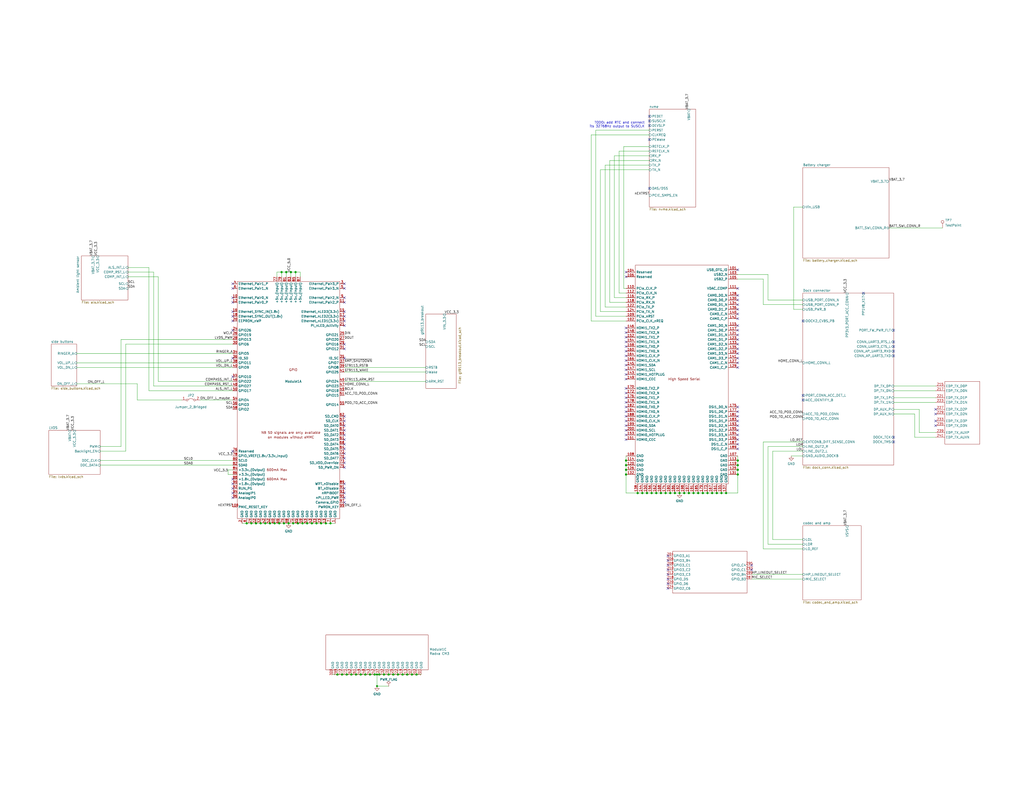
<source format=kicad_sch>
(kicad_sch (version 20211123) (generator eeschema)
  (paper "C")
  (lib_symbols
    (symbol "CM4IO:Radxa CM3"
      (symbol "Radxa CM3_1_0"
        (text "GPIO" (at 0 6.35 0) (effects (font (size 1.27 1.27))))
      )
      (symbol "Radxa CM3_1_1"
        (rectangle (start -30.48 -74.93) (end 25.4 54.61))
        (text "600mA Max" (at -8.89 -53.34 0) (effects (font (size 1.27 1.27))))
        (text "600mA Max" (at -8.89 -48.26 0) (effects (font (size 1.27 1.27))))
        (text "NB SD signals are only available" (at -1.27 -27.94 0) (effects (font (size 1.27 1.27))))
        (text "on modules without eMMC" (at -1.27 -30.48 0) (effects (font (size 1.27 1.27))))
        (pin power_in line (at 22.86 -77.47 90) (length 2.54) (name "GND") (number "1"))
        (pin passive line (at -33.02 45.72 0) (length 2.54) (name "Ethernet_Pair0_N") (number "10"))
        (pin output line (at -33.02 -68.58 0) (length 2.54) (name "PMIC_RESET_KEY") (number "100"))
        (pin passive line (at 27.94 43.18 180) (length 2.54) (name "Ethernet_Pair2_P") (number "11"))
        (pin passive line (at -33.02 43.18 0) (length 2.54) (name "Ethernet_Pair0_P") (number "12"))
        (pin power_in line (at 17.78 -77.47 90) (length 2.54) (name "GND") (number "13"))
        (pin power_in line (at -22.86 -77.47 90) (length 2.54) (name "GND") (number "14"))
        (pin output line (at 27.94 38.1 180) (length 2.54) (name "Ethernet_nLED3(3.3v)") (number "15"))
        (pin input line (at -33.02 38.1 0) (length 2.54) (name "Ethernet_SYNC_IN(1.8v)") (number "16"))
        (pin output line (at 27.94 35.56 180) (length 2.54) (name "Ethernet_nLED2(3.3v)") (number "17"))
        (pin input line (at -33.02 35.56 0) (length 2.54) (name "Ethernet_SYNC_OUT(1.8v)") (number "18"))
        (pin output line (at 27.94 33.02 180) (length 2.54) (name "Ethernet_nLED1(3.3v)") (number "19"))
        (pin power_in line (at -27.94 -77.47 90) (length 2.54) (name "GND") (number "2"))
        (pin passive line (at -33.02 33.02 0) (length 2.54) (name "EEPROM_nWP") (number "20"))
        (pin open_collector line (at 27.94 30.48 180) (length 2.54) (name "PI_nLED_Activity") (number "21"))
        (pin power_in line (at -20.32 -77.47 90) (length 2.54) (name "GND") (number "22"))
        (pin power_in line (at 15.24 -77.47 90) (length 2.54) (name "GND") (number "23"))
        (pin passive line (at -33.02 27.94 0) (length 2.54) (name "GPIO26") (number "24"))
        (pin passive line (at 27.94 25.4 180) (length 2.54) (name "GPIO21") (number "25"))
        (pin passive line (at -33.02 25.4 0) (length 2.54) (name "GPIO19") (number "26"))
        (pin passive line (at 27.94 22.86 180) (length 2.54) (name "GPIO20") (number "27"))
        (pin passive line (at -33.02 22.86 0) (length 2.54) (name "GPIO13") (number "28"))
        (pin passive line (at 27.94 20.32 180) (length 2.54) (name "GPIO16") (number "29"))
        (pin passive line (at 27.94 53.34 180) (length 2.54) (name "Ethernet_Pair3_P") (number "3"))
        (pin passive line (at -33.02 20.32 0) (length 2.54) (name "GPIO6") (number "30"))
        (pin passive line (at 27.94 17.78 180) (length 2.54) (name "GPIO12") (number "31"))
        (pin power_in line (at -17.78 -77.47 90) (length 2.54) (name "GND") (number "32"))
        (pin power_in line (at 12.7 -77.47 90) (length 2.54) (name "GND") (number "33"))
        (pin passive line (at -33.02 15.24 0) (length 2.54) (name "GPIO5") (number "34"))
        (pin passive line (at 27.94 12.7 180) (length 2.54) (name "ID_SC") (number "35"))
        (pin passive line (at -33.02 12.7 0) (length 2.54) (name "ID_SD") (number "36"))
        (pin passive line (at 27.94 10.16 180) (length 2.54) (name "GPIO7") (number "37"))
        (pin passive line (at -33.02 10.16 0) (length 2.54) (name "GPIO11") (number "38"))
        (pin passive line (at 27.94 7.62 180) (length 2.54) (name "GPIO8") (number "39"))
        (pin passive line (at -33.02 53.34 0) (length 2.54) (name "Ethernet_Pair1_P") (number "4"))
        (pin passive line (at -33.02 7.62 0) (length 2.54) (name "GPIO9") (number "40"))
        (pin passive line (at 27.94 5.08 180) (length 2.54) (name "GPIO25") (number "41"))
        (pin power_in line (at -15.24 -77.47 90) (length 2.54) (name "GND") (number "42"))
        (pin power_in line (at 10.16 -77.47 90) (length 2.54) (name "GND") (number "43"))
        (pin passive line (at -33.02 2.54 0) (length 2.54) (name "GPIO10") (number "44"))
        (pin passive line (at 27.94 0 180) (length 2.54) (name "GPIO24") (number "45"))
        (pin passive line (at -33.02 0 0) (length 2.54) (name "GPIO22") (number "46"))
        (pin passive line (at 27.94 -2.54 180) (length 2.54) (name "GPIO23") (number "47"))
        (pin passive line (at -33.02 -2.54 0) (length 2.54) (name "GPIO27") (number "48"))
        (pin passive line (at 27.94 -5.08 180) (length 2.54) (name "GPIO18") (number "49"))
        (pin passive line (at 27.94 50.8 180) (length 2.54) (name "Ethernet_Pair3_N") (number "5"))
        (pin passive line (at -33.02 -5.08 0) (length 2.54) (name "GPIO17") (number "50"))
        (pin passive line (at 27.94 -7.62 180) (length 2.54) (name "GPIO15") (number "51"))
        (pin power_in line (at -12.7 -77.47 90) (length 2.54) (name "GND") (number "52"))
        (pin power_in line (at 7.62 -77.47 90) (length 2.54) (name "GND") (number "53"))
        (pin passive line (at -33.02 -10.16 0) (length 2.54) (name "GPIO4") (number "54"))
        (pin passive line (at 27.94 -12.7 180) (length 2.54) (name "GPIO14") (number "55"))
        (pin passive line (at -33.02 -12.7 0) (length 2.54) (name "GPIO3") (number "56"))
        (pin passive line (at 27.94 -21.59 180) (length 2.54) (name "SD_CLK") (number "57"))
        (pin passive line (at -33.02 -15.24 0) (length 2.54) (name "GPIO2") (number "58"))
        (pin power_in line (at 5.08 -77.47 90) (length 2.54) (name "GND") (number "59"))
        (pin passive line (at -33.02 50.8 0) (length 2.54) (name "Ethernet_Pair1_N") (number "6"))
        (pin power_in line (at -10.16 -77.47 90) (length 2.54) (name "GND") (number "60"))
        (pin passive line (at 27.94 -31.75 180) (length 2.54) (name "SD_DAT3") (number "61"))
        (pin passive line (at 27.94 -19.05 180) (length 2.54) (name "SD_CMD") (number "62"))
        (pin passive line (at 27.94 -24.13 180) (length 2.54) (name "SD_DAT0") (number "63"))
        (pin passive line (at 27.94 -36.83 180) (length 2.54) (name "SD_DAT5") (number "64"))
        (pin power_in line (at 2.54 -77.47 90) (length 2.54) (name "GND") (number "65"))
        (pin power_in line (at -7.62 -77.47 90) (length 2.54) (name "GND") (number "66"))
        (pin passive line (at 27.94 -26.67 180) (length 2.54) (name "SD_DAT1") (number "67"))
        (pin passive line (at 27.94 -34.29 180) (length 2.54) (name "SD_DAT4") (number "68"))
        (pin passive line (at 27.94 -29.21 180) (length 2.54) (name "SD_DAT2") (number "69"))
        (pin power_in line (at 20.32 -77.47 90) (length 2.54) (name "GND") (number "7"))
        (pin passive line (at 27.94 -41.91 180) (length 2.54) (name "SD_DAT7") (number "70"))
        (pin power_in line (at 0 -77.47 90) (length 2.54) (name "GND") (number "71"))
        (pin passive line (at 27.94 -39.37 180) (length 2.54) (name "SD_DAT6") (number "72"))
        (pin input line (at 27.94 -44.45 180) (length 2.54) (name "SD_VDD_Override") (number "73"))
        (pin power_in line (at -5.08 -77.47 90) (length 2.54) (name "GND") (number "74"))
        (pin output line (at 27.94 -46.99 180) (length 2.54) (name "SD_PWR_ON") (number "75"))
        (pin passive line (at -33.02 -38.1 0) (length 2.54) (name "Reserved") (number "76"))
        (pin power_in line (at -8.89 57.15 270) (length 2.54) (name "+5v_(Input)") (number "77"))
        (pin power_in line (at -33.02 -40.64 0) (length 2.54) (name "GPIO_VREF(1.8v/3.3v_Input)") (number "78"))
        (pin power_in line (at -6.35 57.15 270) (length 2.54) (name "+5v_(Input)") (number "79"))
        (pin power_in line (at -25.4 -77.47 90) (length 2.54) (name "GND") (number "8"))
        (pin passive line (at -33.02 -43.18 0) (length 2.54) (name "SCL0") (number "80"))
        (pin power_in line (at -3.81 57.15 270) (length 2.54) (name "+5v_(Input)") (number "81"))
        (pin passive line (at -33.02 -45.72 0) (length 2.54) (name "SDA0") (number "82"))
        (pin power_in line (at -1.27 57.15 270) (length 2.54) (name "+5v_(Input)") (number "83"))
        (pin power_out line (at -33.02 -48.26 0) (length 2.54) (name "+3.3v_(Output)") (number "84"))
        (pin power_in line (at 1.27 57.15 270) (length 2.54) (name "+5v_(Input)") (number "85"))
        (pin passive line (at -33.02 -50.8 0) (length 2.54) (name "+3.3v_(Output)") (number "86"))
        (pin power_in line (at 3.81 57.15 270) (length 2.54) (name "+5v_(Input)") (number "87"))
        (pin power_out line (at -33.02 -53.34 0) (length 2.54) (name "+1.8v_(Output)") (number "88"))
        (pin power_in line (at 27.94 -55.88 180) (length 2.54) (name "WiFi_nDisable") (number "89"))
        (pin passive line (at 27.94 45.72 180) (length 2.54) (name "Ethernet_Pair2_N") (number "9"))
        (pin passive line (at -33.02 -55.88 0) (length 2.54) (name "+1.8v_(Output)") (number "90"))
        (pin power_in line (at 27.94 -58.42 180) (length 2.54) (name "BT_nDisable") (number "91"))
        (pin passive line (at -33.02 -58.42 0) (length 2.54) (name "RUN_PG") (number "92"))
        (pin input line (at 27.94 -60.96 180) (length 2.54) (name "nRPIBOOT") (number "93"))
        (pin passive line (at -33.02 -60.96 0) (length 2.54) (name "AnalogIP1") (number "94"))
        (pin output line (at 27.94 -63.5 180) (length 2.54) (name "nPI_LED_PWR") (number "95"))
        (pin passive line (at -33.02 -63.5 0) (length 2.54) (name "AnalogIP0") (number "96"))
        (pin passive line (at 27.94 -66.04 180) (length 2.54) (name "Camera_GPIO") (number "97"))
        (pin power_in line (at -2.54 -77.47 90) (length 2.54) (name "GND") (number "98"))
        (pin input line (at 27.94 -68.58 180) (length 2.54) (name "PWRON_KEY") (number "99"))
      )
      (symbol "Radxa CM3_2_1"
        (rectangle (start 114.3 62.23) (end 165.1 -57.15))
        (text "High Speed Serial" (at 140.97 0 0) (effects (font (size 1.27 1.27))))
        (pin input line (at 170.18 59.69 180) (length 5.08) (name "USB_OTG_ID") (number "101"))
        (pin input line (at 109.22 31.75 0) (length 5.08) (name "PCIe_CLK_nREQ") (number "102"))
        (pin passive line (at 170.18 57.15 180) (length 5.08) (name "USB2_N") (number "103"))
        (pin passive line (at 109.22 58.42 0) (length 5.08) (name "Reserved") (number "104"))
        (pin passive line (at 170.18 54.61 180) (length 5.08) (name "USB2_P") (number "105"))
        (pin passive line (at 109.22 55.88 0) (length 5.08) (name "Reserved") (number "106"))
        (pin power_in line (at 170.18 -41.91 180) (length 5.08) (name "GND") (number "107"))
        (pin power_in line (at 109.22 -41.91 0) (length 5.08) (name "GND") (number "108"))
        (pin bidirectional line (at 109.22 34.29 0) (length 5.08) (name "PCIe_nRST") (number "109"))
        (pin output line (at 109.22 49.53 0) (length 5.08) (name "PCIe_CLK_P") (number "110"))
        (pin passive line (at 170.18 49.53 180) (length 5.08) (name "VDAC_COMP") (number "111"))
        (pin output line (at 109.22 46.99 0) (length 5.08) (name "PCIe_CLK_N") (number "112"))
        (pin power_in line (at 170.18 -44.45 180) (length 5.08) (name "GND") (number "113"))
        (pin power_in line (at 109.22 -44.45 0) (length 5.08) (name "GND") (number "114"))
        (pin input line (at 170.18 29.21 180) (length 5.08) (name "CAM1_D0_N") (number "115"))
        (pin input line (at 109.22 44.45 0) (length 5.08) (name "PCIe_RX_P") (number "116"))
        (pin input line (at 170.18 26.67 180) (length 5.08) (name "CAM1_D0_P") (number "117"))
        (pin input line (at 109.22 41.91 0) (length 5.08) (name "PCIe_RX_N") (number "118"))
        (pin power_in line (at 170.18 -46.99 180) (length 5.08) (name "GND") (number "119"))
        (pin power_in line (at 109.22 -46.99 0) (length 5.08) (name "GND") (number "120"))
        (pin input line (at 170.18 24.13 180) (length 5.08) (name "CAM1_D1_N") (number "121"))
        (pin output line (at 109.22 39.37 0) (length 5.08) (name "PCIe_TX_P") (number "122"))
        (pin input line (at 170.18 21.59 180) (length 5.08) (name "CAM1_D1_P") (number "123"))
        (pin output line (at 109.22 36.83 0) (length 5.08) (name "PCIe_TX_N") (number "124"))
        (pin power_in line (at 170.18 -49.53 180) (length 5.08) (name "GND") (number "125"))
        (pin power_in line (at 109.22 -49.53 0) (length 5.08) (name "GND") (number "126"))
        (pin input line (at 170.18 8.89 180) (length 5.08) (name "CAM1_C_N") (number "127"))
        (pin input line (at 170.18 45.72 180) (length 5.08) (name "CAM0_D0_N") (number "128"))
        (pin input line (at 170.18 6.35 180) (length 5.08) (name "CAM1_C_P") (number "129"))
        (pin input line (at 170.18 43.18 180) (length 5.08) (name "CAM0_D0_P") (number "130"))
        (pin power_in line (at 170.18 -52.07 180) (length 5.08) (name "GND") (number "131"))
        (pin power_in line (at 109.22 -52.07 0) (length 5.08) (name "GND") (number "132"))
        (pin input line (at 170.18 19.05 180) (length 5.08) (name "CAM1_D2_N") (number "133"))
        (pin input line (at 170.18 40.64 180) (length 5.08) (name "CAM0_D1_N") (number "134"))
        (pin input line (at 170.18 16.51 180) (length 5.08) (name "CAM1_D2_P") (number "135"))
        (pin input line (at 170.18 38.1 180) (length 5.08) (name "CAM0_D1_P") (number "136"))
        (pin power_in line (at 163.83 -62.23 90) (length 5.08) (name "GND") (number "137"))
        (pin power_in line (at 115.57 -62.23 90) (length 5.08) (name "GND") (number "138"))
        (pin input line (at 170.18 13.97 180) (length 5.08) (name "CAM1_D3_N") (number "139"))
        (pin input line (at 170.18 35.56 180) (length 5.08) (name "CAM0_C_N") (number "140"))
        (pin input line (at 170.18 11.43 180) (length 5.08) (name "CAM1_D3_P") (number "141"))
        (pin input line (at 170.18 33.02 180) (length 5.08) (name "CAM0_C_P") (number "142"))
        (pin input line (at 109.22 2.54 0) (length 5.08) (name "HDMI1_HOTPLUG") (number "143"))
        (pin power_in line (at 118.11 -62.23 90) (length 5.08) (name "GND") (number "144"))
        (pin bidirectional line (at 109.22 7.62 0) (length 5.08) (name "HDMI1_SDA") (number "145"))
        (pin output line (at 109.22 27.94 0) (length 5.08) (name "HDMI1_TX2_P") (number "146"))
        (pin open_collector line (at 109.22 5.08 0) (length 5.08) (name "HDMI1_SCL") (number "147"))
        (pin output line (at 109.22 25.4 0) (length 5.08) (name "HDMI1_TX2_N") (number "148"))
        (pin open_collector line (at 109.22 0 0) (length 5.08) (name "HDMI1_CEC") (number "149"))
        (pin power_in line (at 120.65 -62.23 90) (length 5.08) (name "GND") (number "150"))
        (pin open_collector line (at 109.22 -33.02 0) (length 5.08) (name "HDMI0_CEC") (number "151"))
        (pin output line (at 109.22 22.86 0) (length 5.08) (name "HDMI1_TX1_P") (number "152"))
        (pin input line (at 109.22 -30.48 0) (length 5.08) (name "HDMI0_HOTPLUG") (number "153"))
        (pin output line (at 109.22 20.32 0) (length 5.08) (name "HDMI1_TX1_N") (number "154"))
        (pin power_in line (at 161.29 -62.23 90) (length 5.08) (name "GND") (number "155"))
        (pin power_in line (at 123.19 -62.23 90) (length 5.08) (name "GND") (number "156"))
        (pin output line (at 109.22 17.78 0) (length 5.08) (name "HDMI1_TX0_P") (number "158"))
        (pin output line (at 109.22 15.24 0) (length 5.08) (name "HDMI1_TX0_N") (number "160"))
        (pin power_in line (at 158.75 -62.23 90) (length 5.08) (name "GND") (number "161"))
        (pin power_in line (at 125.73 -62.23 90) (length 5.08) (name "GND") (number "162"))
        (pin output line (at 109.22 12.7 0) (length 5.08) (name "HDMI1_CLK_P") (number "164"))
        (pin output line (at 109.22 10.16 0) (length 5.08) (name "HDMI1_CLK_N") (number "166"))
        (pin power_in line (at 156.21 -62.23 90) (length 5.08) (name "GND") (number "167"))
        (pin power_in line (at 128.27 -62.23 90) (length 5.08) (name "GND") (number "168"))
        (pin output line (at 109.22 -5.08 0) (length 5.08) (name "HDMI0_TX2_P") (number "170"))
        (pin output line (at 109.22 -7.62 0) (length 5.08) (name "HDMI0_TX2_N") (number "172"))
        (pin power_in line (at 153.67 -62.23 90) (length 5.08) (name "GND") (number "173"))
        (pin power_in line (at 130.81 -62.23 90) (length 5.08) (name "GND") (number "174"))
        (pin output line (at 170.18 -15.24 180) (length 5.08) (name "DSI1_D0_N") (number "175"))
        (pin output line (at 109.22 -10.16 0) (length 5.08) (name "HDMI0_TX1_P") (number "176"))
        (pin output line (at 170.18 -17.78 180) (length 5.08) (name "DSI1_D0_P") (number "177"))
        (pin output line (at 109.22 -12.7 0) (length 5.08) (name "HDMI0_TX1_N") (number "178"))
        (pin power_in line (at 151.13 -62.23 90) (length 5.08) (name "GND") (number "179"))
        (pin power_in line (at 133.35 -62.23 90) (length 5.08) (name "GND") (number "180"))
        (pin output line (at 170.18 -20.32 180) (length 5.08) (name "DSI1_D1_N") (number "181"))
        (pin output line (at 109.22 -15.24 0) (length 5.08) (name "HDMI0_TX0_P") (number "182"))
        (pin output line (at 170.18 -22.86 180) (length 5.08) (name "DSI1_D1_P") (number "183"))
        (pin output line (at 109.22 -17.78 0) (length 5.08) (name "HDMI0_TX0_N") (number "184"))
        (pin power_in line (at 148.59 -62.23 90) (length 5.08) (name "GND") (number "185"))
        (pin power_in line (at 135.89 -62.23 90) (length 5.08) (name "GND") (number "186"))
        (pin output line (at 170.18 -35.56 180) (length 5.08) (name "DSI1_C_N") (number "187"))
        (pin output line (at 109.22 -20.32 0) (length 5.08) (name "HDMI0_CLK_P") (number "188"))
        (pin output line (at 170.18 -38.1 180) (length 5.08) (name "DSI1_C_P") (number "189"))
        (pin output line (at 109.22 -22.86 0) (length 5.08) (name "HDMI0_CLK_N") (number "190"))
        (pin power_in line (at 146.05 -62.23 90) (length 5.08) (name "GND") (number "191"))
        (pin power_in line (at 138.43 -62.23 90) (length 5.08) (name "GND") (number "192"))
        (pin output line (at 170.18 -25.4 180) (length 5.08) (name "DSI1_D2_N") (number "193"))
        (pin output line (at 170.18 -30.48 180) (length 5.08) (name "DSI1_D3_N") (number "194"))
        (pin output line (at 170.18 -27.94 180) (length 5.08) (name "DSI1_D2_P") (number "195"))
        (pin output line (at 170.18 -33.02 180) (length 5.08) (name "DSI1_D3_P") (number "196"))
        (pin power_in line (at 143.51 -62.23 90) (length 5.08) (name "GND") (number "197"))
        (pin power_in line (at 140.97 -62.23 90) (length 5.08) (name "GND") (number "198"))
        (pin bidirectional line (at 109.22 -25.4 0) (length 5.08) (name "HDMI0_SDA") (number "199"))
        (pin open_collector line (at 109.22 -27.94 0) (length 5.08) (name "HDMI0_SCL") (number "200"))
      )
      (symbol "Radxa CM3_3_0"
        (pin power_in line (at 24.13 -13.97 90) (length 2.54) (name "GND") (number "201"))
        (pin power_in line (at 21.59 -13.97 90) (length 2.54) (name "GND") (number "202"))
        (pin power_in line (at 19.05 -13.97 90) (length 2.54) (name "GND") (number "207"))
        (pin power_in line (at 16.51 -13.97 90) (length 2.54) (name "GND") (number "213"))
        (pin power_in line (at 13.97 -13.97 90) (length 2.54) (name "GND") (number "219"))
        (pin power_in line (at 11.43 -13.97 90) (length 2.54) (name "GND") (number "222"))
        (pin power_in line (at 8.89 -13.97 90) (length 2.54) (name "GND") (number "225"))
        (pin power_in line (at 6.35 -13.97 90) (length 2.54) (name "GND") (number "231"))
        (pin power_in line (at 3.81 -13.97 90) (length 2.54) (name "GND") (number "232"))
        (pin power_in line (at 1.27 -13.97 90) (length 2.54) (name "GND") (number "237"))
        (pin power_in line (at -1.27 -13.97 90) (length 2.54) (name "GND") (number "242"))
        (pin power_in line (at -3.81 -13.97 90) (length 2.54) (name "GND") (number "243"))
        (pin power_in line (at -6.35 -13.97 90) (length 2.54) (name "GND") (number "248"))
        (pin power_in line (at -8.89 -13.97 90) (length 2.54) (name "GND") (number "249"))
        (pin power_in line (at -11.43 -13.97 90) (length 2.54) (name "GND") (number "261"))
        (pin power_in line (at -13.97 -13.97 90) (length 2.54) (name "GND") (number "262"))
        (pin power_in line (at -16.51 -13.97 90) (length 2.54) (name "GND") (number "271"))
        (pin power_in line (at -19.05 -13.97 90) (length 2.54) (name "GND") (number "272"))
        (pin power_in line (at -21.59 -13.97 90) (length 2.54) (name "GND") (number "299"))
        (pin power_in line (at -24.13 -13.97 90) (length 2.54) (name "GND") (number "300"))
      )
      (symbol "Radxa CM3_3_1"
        (rectangle (start -27.94 -11.43) (end 27.94 7.62) (stroke (width 0.1524)))
      )
      (symbol "Radxa CM3_4_0"
        (pin output line (at 15.24 -3.81 180) (length 5.08) (name "LVDS_TX0_D2N") (number "203"))
        (pin output line (at 15.24 -6.35 180) (length 5.08) (name "LVDS_TX0_D2P") (number "205"))
        (pin output line (at 15.24 -10.16 180) (length 5.08) (name "LVDS_TX0_D3N") (number "209"))
        (pin output line (at 15.24 -12.7 180) (length 5.08) (name "LVDS_TX0_D3P") (number "211"))
      )
      (symbol "Radxa CM3_4_1"
        (rectangle (start -12.7 19.05) (end 10.16 -16.51) (stroke (width 0.1524)))
        (pin output line (at 15.24 8.89 180) (length 5.08) (name "LVDS_TX0_D0N") (number "157"))
        (pin output line (at 15.24 6.35 180) (length 5.08) (name "LVDS_TX0_D0P") (number "159"))
        (pin output line (at 15.24 2.54 180) (length 5.08) (name "LVDS_TX0_D1N") (number "163"))
        (pin output line (at 15.24 0 180) (length 5.08) (name "LVDS_TX0_D1P") (number "165"))
        (pin output line (at 15.24 15.24 180) (length 5.08) (name "LVDS_TX0_CLKN") (number "169"))
        (pin output line (at 15.24 12.7 180) (length 5.08) (name "LVDS_TX0_CLKP") (number "171"))
      )
      (symbol "Radxa CM3_5_1"
        (rectangle (start 2.54 -10.16) (end 22.86 -33.02) (stroke (width 0.1524)))
        (pin power_in line (at 0 -12.7 0) (length 2.54) (name "VBAT-") (number "278"))
        (pin power_in line (at 0 -15.24 0) (length 2.54) (name "VBAT-") (number "280"))
        (pin power_in line (at 0 -17.78 0) (length 2.54) (name "VBAT-") (number "282"))
        (pin power_in line (at 0 -25.4 0) (length 2.54) (name "VBAT+") (number "284"))
        (pin power_in line (at 0 -27.94 0) (length 2.54) (name "VBAT+") (number "286"))
        (pin power_in line (at 0 -30.48 0) (length 2.54) (name "VBAT+") (number "288"))
        (pin input line (at 0 -21.59 0) (length 2.54) (name "TS") (number "290"))
        (pin power_in line (at 25.4 -19.05 180) (length 2.54) (name "USB_5V_IN") (number "294"))
        (pin power_in line (at 25.4 -21.59 180) (length 2.54) (name "USB_5V_IN") (number "296"))
        (pin power_in line (at 25.4 -24.13 180) (length 2.54) (name "USB_5V_IN") (number "298"))
      )
      (symbol "Radxa CM3_6_1"
        (rectangle (start -20.32 11.43) (end 20.32 -11.43) (stroke (width 0.1524)))
        (pin bidirectional line (at -22.86 8.89 0) (length 2.54) (name "GPIO3_A1") (number "204"))
        (pin bidirectional line (at -22.86 6.35 0) (length 2.54) (name "GPIO3_B4") (number "206"))
        (pin bidirectional line (at -22.86 3.81 0) (length 2.54) (name "GPIO3_C1") (number "208"))
        (pin bidirectional line (at -22.86 1.27 0) (length 2.54) (name "GPIO3_C2") (number "210"))
        (pin bidirectional line (at -22.86 -1.27 0) (length 2.54) (name "GPIO3_C3") (number "212"))
        (pin bidirectional line (at -22.86 -3.81 0) (length 2.54) (name "GPIO_D5") (number "218"))
        (pin bidirectional line (at -22.86 -6.35 0) (length 2.54) (name "GPIO_D6") (number "220"))
        (pin bidirectional line (at -22.86 -8.89 0) (length 2.54) (name "GPIO2_C6") (number "224"))
        (pin bidirectional line (at 22.86 -3.81 180) (length 2.54) (name "GPIO_B3") (number "287"))
        (pin bidirectional line (at 22.86 -1.27 180) (length 2.54) (name "GPIO_B4") (number "289"))
        (pin bidirectional line (at 22.86 1.27 180) (length 2.54) (name "GPIO_C1") (number "293"))
        (pin bidirectional line (at 22.86 3.81 180) (length 2.54) (name "GPIO_C4") (number "295"))
      )
      (symbol "Radxa CM3_7_1"
        (rectangle (start -6.35 12.7) (end 6.35 -19.05) (stroke (width 0.1524)))
        (pin input line (at 11.43 -16.51 180) (length 5.08) (name "HP_DET_L") (number "236"))
        (pin output line (at 11.43 8.89 180) (length 5.08) (name "HPL_OUT") (number "250"))
        (pin input line (at 11.43 6.35 180) (length 5.08) (name "HP_SNS") (number "252"))
        (pin output line (at 11.43 3.81 180) (length 5.08) (name "HPR_OUT") (number "254"))
        (pin output line (at 11.43 -3.81 180) (length 5.08) (name "SPKN_OUT") (number "258"))
        (pin output line (at 11.43 -1.27 180) (length 5.08) (name "SPKP_OUT") (number "260"))
        (pin input line (at 11.43 -8.89 180) (length 5.08) (name "MIC1_IN") (number "264"))
        (pin input line (at 11.43 -11.43 180) (length 5.08) (name "MIC2_IN") (number "266"))
      )
      (symbol "Radxa CM3_8_1"
        (rectangle (start -8.89 16.51) (end 10.16 -17.78) (stroke (width 0.1524)))
        (pin output line (at -13.97 13.97 0) (length 5.08) (name "EDP_TX_D0P") (number "215"))
        (pin output line (at -13.97 11.43 0) (length 5.08) (name "EDP_TX_D0N") (number "217"))
        (pin output line (at -13.97 7.62 0) (length 5.08) (name "EDP_TX_D1P") (number "221"))
        (pin output line (at -13.97 5.08 0) (length 5.08) (name "EDP_TX_D1N") (number "223"))
        (pin output line (at -13.97 1.27 0) (length 5.08) (name "EDP_TX_D2P") (number "227"))
        (pin output line (at -13.97 -1.27 0) (length 5.08) (name "EDP_TX_D2N") (number "229"))
        (pin output line (at -13.97 -5.08 0) (length 5.08) (name "EDP_TX_D3P") (number "233"))
        (pin output line (at -13.97 -7.62 0) (length 5.08) (name "EDP_TX_D3N") (number "235"))
        (pin bidirectional line (at -13.97 -11.43 0) (length 5.08) (name "EDP_TX_AUXP") (number "239"))
        (pin bidirectional line (at -13.97 -13.97 0) (length 5.08) (name "EDP_TX_AUXN") (number "241"))
      )
    )
    (symbol "Connector:TestPoint" (pin_numbers hide) (pin_names (offset 0.762) hide)
      (property "Reference" "TP" (at 0 6.858 0))
      (property "Value" "TestPoint" (at 0 5.08 0))
      (symbol "TestPoint_0_1"
        (circle (center 0 3.302) (radius 0.762))
      )
      (symbol "TestPoint_1_1"
        (pin passive line (at 0 0 90) (length 2.54) (name "1") (number "1"))
      )
    )
    (symbol "Jumper:Jumper_2_Bridged" (pin_names (offset 0) hide)
      (property "Reference" "JP" (at 0 1.905 0))
      (property "Value" "Jumper_2_Bridged" (at 0 -2.54 0))
      (symbol "Jumper_2_Bridged_0_0"
        (circle (center -2.032 0) (radius 0.508))
        (circle (center 2.032 0) (radius 0.508))
      )
      (symbol "Jumper_2_Bridged_0_1"
        (arc (start 1.524 0.254) (mid 0 0.762) (end -1.524 0.254))
      )
      (symbol "Jumper_2_Bridged_1_1"
        (pin passive line (at -5.08 0 0) (length 2.54) (name "A") (number "1"))
        (pin passive line (at 5.08 0 180) (length 2.54) (name "B") (number "2"))
      )
    )
    (symbol "power:GND" (power) (pin_names (offset 0))
      (property "Value" "GND" (at 0 -3.81 0))
      (symbol "GND_0_1"
        (polyline (pts (xy 0 0) (xy 0 -1.27) (xy 1.27 -1.27) (xy 0 -2.54) (xy -1.27 -1.27) (xy 0 -1.27)))
      )
      (symbol "GND_1_1"
        (pin power_in line (at 0 0 270) (length 0) hide (name "GND") (number "1"))
      )
    )
    (symbol "power:PWR_FLAG" (power) (pin_numbers hide) (pin_names (offset 0) hide)
      (property "Value" "PWR_FLAG" (at 0 3.81 0))
      (symbol "PWR_FLAG_0_0"
        (pin power_out line (at 0 0 90) (length 0) (name "pwr") (number "1"))
      )
      (symbol "PWR_FLAG_0_1"
        (polyline (pts (xy 0 0) (xy 0 1.27) (xy -1.016 1.905) (xy 0 2.54) (xy 1.016 1.905) (xy 0 1.27)))
      )
    )
  )
  (junction (at 194.31 368.3) (diameter 1.016))
  (junction (at 355.6 269.24) (diameter 1.016))
  (junction (at 396.24 269.24) (diameter 1.016))
  (junction (at 347.98 269.24) (diameter 1.016))
  (junction (at 341.63 254) (diameter 1.016))
  (junction (at 373.38 269.24) (diameter 1.016))
  (junction (at 219.71 368.3) (diameter 1.016))
  (junction (at 341.63 259.08) (diameter 1.016))
  (junction (at 162.56 285.75) (diameter 1.016))
  (junction (at 388.62 269.24) (diameter 1.016))
  (junction (at 378.46 269.24) (diameter 1.016))
  (junction (at 212.09 368.3) (diameter 1.016))
  (junction (at 402.59 256.54) (diameter 1.016))
  (junction (at 137.16 285.75) (diameter 1.016))
  (junction (at 154.94 285.75) (diameter 1.016))
  (junction (at 157.48 285.75) (diameter 1.016))
  (junction (at 165.1 285.75) (diameter 1.016))
  (junction (at 144.78 285.75) (diameter 1.016))
  (junction (at 167.64 285.75) (diameter 1.016))
  (junction (at 205.74 368.3))
  (junction (at 383.54 269.24) (diameter 1.016))
  (junction (at 175.26 285.75) (diameter 1.016))
  (junction (at 370.84 269.24) (diameter 1.016))
  (junction (at 350.52 269.24) (diameter 1.016))
  (junction (at 214.63 368.3) (diameter 1.016))
  (junction (at 180.34 285.75) (diameter 1.016))
  (junction (at 191.77 368.3) (diameter 1.016))
  (junction (at 199.39 368.3) (diameter 1.016))
  (junction (at 341.63 256.54) (diameter 1.016))
  (junction (at 224.79 368.3) (diameter 1.016))
  (junction (at 177.8 285.75) (diameter 1.016))
  (junction (at 158.75 148.59) (diameter 1.016))
  (junction (at 353.06 269.24) (diameter 1.016))
  (junction (at 189.23 368.3) (diameter 1.016))
  (junction (at 186.69 368.3) (diameter 1.016))
  (junction (at 153.67 148.59) (diameter 1.016))
  (junction (at 381 269.24) (diameter 1.016))
  (junction (at 341.63 251.46) (diameter 1.016))
  (junction (at 222.25 368.3) (diameter 1.016))
  (junction (at 204.47 368.3) (diameter 1.016))
  (junction (at 365.76 269.24) (diameter 1.016))
  (junction (at 170.18 285.75) (diameter 1.016))
  (junction (at 149.86 285.75) (diameter 1.016))
  (junction (at 205.74 374.65))
  (junction (at 375.92 269.24) (diameter 1.016))
  (junction (at 134.62 285.75) (diameter 1.016))
  (junction (at 142.24 285.75) (diameter 1.016))
  (junction (at 147.32 285.75) (diameter 1.016))
  (junction (at 152.4 285.75) (diameter 1.016))
  (junction (at 360.68 269.24) (diameter 1.016))
  (junction (at 402.59 251.46) (diameter 1.016))
  (junction (at 402.59 254) (diameter 1.016))
  (junction (at 391.16 269.24) (diameter 1.016))
  (junction (at 201.93 368.3) (diameter 1.016))
  (junction (at 386.08 269.24) (diameter 1.016))
  (junction (at 156.21 148.59) (diameter 1.016))
  (junction (at 402.59 259.08) (diameter 1.016))
  (junction (at 363.22 269.24) (diameter 1.016))
  (junction (at 172.72 285.75) (diameter 1.016))
  (junction (at 227.33 368.3) (diameter 1.016))
  (junction (at 196.85 368.3) (diameter 1.016))
  (junction (at 217.17 368.3) (diameter 1.016))
  (junction (at 161.29 148.59) (diameter 1.016))
  (junction (at 393.7 269.24) (diameter 1.016))
  (junction (at 358.14 269.24) (diameter 1.016))
  (junction (at 184.15 368.3) (diameter 1.016))
  (junction (at 160.02 285.75) (diameter 1.016))
  (junction (at 139.7 285.75) (diameter 1.016))
  (junction (at 207.01 368.3) (diameter 1.016))
  (junction (at 368.3 269.24) (diameter 1.016))
  (junction (at 209.55 368.3) (diameter 1.016))
  (no_connect (at 402.59 229.87))
  (no_connect (at 402.59 227.33))
  (no_connect (at 402.59 147.32))
  (no_connect (at 127 180.34))
  (no_connect (at 187.96 195.58))
  (no_connect (at 187.96 190.5))
  (no_connect (at 187.96 187.96))
  (no_connect (at 341.63 212.09))
  (no_connect (at 341.63 214.63))
  (no_connect (at 341.63 217.17))
  (no_connect (at 341.63 219.71))
  (no_connect (at 341.63 222.25))
  (no_connect (at 341.63 224.79))
  (no_connect (at 341.63 227.33))
  (no_connect (at 341.63 229.87))
  (no_connect (at 341.63 232.41))
  (no_connect (at 341.63 234.95))
  (no_connect (at 341.63 237.49))
  (no_connect (at 341.63 240.03))
  (no_connect (at 127 261.62))
  (no_connect (at 127 264.16))
  (no_connect (at 471.17 160.02))
  (no_connect (at 487.68 180.34))
  (no_connect (at 487.68 186.69))
  (no_connect (at 487.68 189.23))
  (no_connect (at 487.68 191.77))
  (no_connect (at 487.68 194.31))
  (no_connect (at 487.68 238.76))
  (no_connect (at 487.68 241.3))
  (no_connect (at 187.96 269.24))
  (no_connect (at 438.15 175.26))
  (no_connect (at 187.96 266.7))
  (no_connect (at 187.96 264.16))
  (no_connect (at 187.96 227.33))
  (no_connect (at 187.96 229.87))
  (no_connect (at 187.96 232.41))
  (no_connect (at 187.96 234.95))
  (no_connect (at 187.96 237.49))
  (no_connect (at 187.96 240.03))
  (no_connect (at 187.96 242.57))
  (no_connect (at 187.96 245.11))
  (no_connect (at 187.96 247.65))
  (no_connect (at 187.96 250.19))
  (no_connect (at 187.96 252.73))
  (no_connect (at 187.96 255.27))
  (no_connect (at 510.54 223.52))
  (no_connect (at 510.54 232.41))
  (no_connect (at 510.54 229.87))
  (no_connect (at 510.54 226.06))
  (no_connect (at 402.59 157.48))
  (no_connect (at 364.49 311.15))
  (no_connect (at 364.49 306.07))
  (no_connect (at 364.49 303.53))
  (no_connect (at 364.49 308.61))
  (no_connect (at 364.49 316.23))
  (no_connect (at 364.49 321.31))
  (no_connect (at 364.49 318.77))
  (no_connect (at 364.49 313.69))
  (no_connect (at 410.21 308.61))
  (no_connect (at 410.21 311.15))
  (no_connect (at 127 175.26))
  (no_connect (at 127 246.38))
  (no_connect (at 402.59 222.25))
  (no_connect (at 438.15 215.9))
  (no_connect (at 438.15 218.44))
  (no_connect (at 354.33 102.87))
  (no_connect (at 187.96 177.8))
  (no_connect (at 354.33 66.04))
  (no_connect (at 354.33 63.5))
  (no_connect (at 354.33 68.58))
  (no_connect (at 354.33 76.2))
  (no_connect (at 402.59 224.79))
  (no_connect (at 341.63 148.59))
  (no_connect (at 341.63 151.13))
  (no_connect (at 341.63 179.07))
  (no_connect (at 341.63 181.61))
  (no_connect (at 341.63 184.15))
  (no_connect (at 341.63 186.69))
  (no_connect (at 341.63 189.23))
  (no_connect (at 341.63 191.77))
  (no_connect (at 341.63 194.31))
  (no_connect (at 341.63 196.85))
  (no_connect (at 341.63 199.39))
  (no_connect (at 341.63 201.93))
  (no_connect (at 341.63 204.47))
  (no_connect (at 341.63 207.01))
  (no_connect (at 402.59 161.29))
  (no_connect (at 402.59 163.83))
  (no_connect (at 402.59 166.37))
  (no_connect (at 402.59 168.91))
  (no_connect (at 402.59 171.45))
  (no_connect (at 402.59 173.99))
  (no_connect (at 402.59 177.8))
  (no_connect (at 402.59 180.34))
  (no_connect (at 402.59 182.88))
  (no_connect (at 402.59 185.42))
  (no_connect (at 402.59 187.96))
  (no_connect (at 402.59 190.5))
  (no_connect (at 402.59 193.04))
  (no_connect (at 402.59 195.58))
  (no_connect (at 402.59 198.12))
  (no_connect (at 402.59 200.66))
  (no_connect (at 402.59 232.41))
  (no_connect (at 402.59 234.95))
  (no_connect (at 402.59 237.49))
  (no_connect (at 402.59 240.03))
  (no_connect (at 402.59 242.57))
  (no_connect (at 402.59 245.11))
  (no_connect (at 127 269.24))
  (no_connect (at 127 271.78))
  (no_connect (at 127 266.7))
  (no_connect (at 127 205.74))
  (no_connect (at 127 195.58))
  (no_connect (at 127 154.94))
  (no_connect (at 127 157.48))
  (no_connect (at 127 162.56))
  (no_connect (at 127 165.1))
  (no_connect (at 127 170.18))
  (no_connect (at 127 172.72))
  (no_connect (at 187.96 154.94))
  (no_connect (at 187.96 157.48))
  (no_connect (at 187.96 162.56))
  (no_connect (at 187.96 165.1))
  (no_connect (at 187.96 170.18))
  (no_connect (at 187.96 172.72))
  (no_connect (at 187.96 175.26))
  (no_connect (at 187.96 271.78))
  (no_connect (at 187.96 274.32))
  (wire (pts (xy 153.67 148.59) (xy 153.67 151.13)))
  (wire (pts (xy 335.28 85.09) (xy 354.33 85.09)))
  (wire (pts (xy 335.28 162.56) (xy 335.28 85.09)))
  (wire (pts (xy 341.63 162.56) (xy 335.28 162.56)))
  (wire (pts (xy 204.47 368.3) (xy 205.74 368.3)))
  (wire (pts (xy 421.64 294.64) (xy 421.64 246.38)))
  (wire (pts (xy 510.54 236.22) (xy 501.65 236.22)))
  (wire (pts (xy 322.58 73.66) (xy 354.33 73.66)))
  (wire (pts (xy 322.58 175.26) (xy 322.58 73.66)))
  (wire (pts (xy 341.63 175.26) (xy 322.58 175.26)))
  (wire (pts (xy 485.14 124.46) (xy 514.35 124.46)))
  (wire (pts (xy 419.1 163.83) (xy 438.15 163.83)))
  (wire (pts (xy 41.91 200.66) (xy 127 200.66)))
  (wire (pts (xy 416.56 241.3) (xy 438.15 241.3)))
  (wire (pts (xy 66.04 243.84) (xy 66.04 185.42)))
  (wire (pts (xy 419.1 243.84) (xy 438.15 243.84)))
  (wire (pts (xy 219.71 368.3) (xy 222.25 368.3)))
  (wire (pts (xy 416.56 152.4) (xy 402.59 152.4)))
  (wire (pts (xy 438.15 294.64) (xy 421.64 294.64)))
  (wire (pts (xy 217.17 368.3) (xy 219.71 368.3)))
  (wire (pts (xy 499.11 238.76) (xy 510.54 238.76)))
  (wire (pts (xy 431.8 248.92) (xy 438.15 248.92)))
  (wire (pts (xy 151.13 148.59) (xy 151.13 151.13)))
  (wire (pts (xy 201.93 368.3) (xy 204.47 368.3)))
  (wire (pts (xy 41.91 193.04) (xy 127 193.04)))
  (wire (pts (xy 402.59 149.86) (xy 419.1 149.86)))
  (wire (pts (xy 205.74 374.65) (xy 212.09 374.65)))
  (wire (pts (xy 487.68 210.82) (xy 510.54 210.82)))
  (wire (pts (xy 187.96 200.66) (xy 232.41 200.66)))
  (wire (pts (xy 410.21 313.69) (xy 438.15 313.69)))
  (wire (pts (xy 69.85 146.05) (xy 81.28 146.05)))
  (wire (pts (xy 132.08 285.75) (xy 134.62 285.75)))
  (wire (pts (xy 134.62 285.75) (xy 137.16 285.75)))
  (wire (pts (xy 137.16 285.75) (xy 139.7 285.75)))
  (wire (pts (xy 139.7 285.75) (xy 142.24 285.75)))
  (wire (pts (xy 142.24 285.75) (xy 144.78 285.75)))
  (wire (pts (xy 144.78 285.75) (xy 147.32 285.75)))
  (wire (pts (xy 147.32 285.75) (xy 149.86 285.75)))
  (wire (pts (xy 149.86 285.75) (xy 152.4 285.75)))
  (wire (pts (xy 152.4 285.75) (xy 154.94 285.75)))
  (wire (pts (xy 154.94 285.75) (xy 157.48 285.75)))
  (wire (pts (xy 157.48 285.75) (xy 160.02 285.75)))
  (wire (pts (xy 160.02 285.75) (xy 162.56 285.75)))
  (wire (pts (xy 162.56 285.75) (xy 165.1 285.75)))
  (wire (pts (xy 165.1 285.75) (xy 167.64 285.75)))
  (wire (pts (xy 167.64 285.75) (xy 170.18 285.75)))
  (wire (pts (xy 170.18 285.75) (xy 172.72 285.75)))
  (wire (pts (xy 172.72 285.75) (xy 175.26 285.75)))
  (wire (pts (xy 175.26 285.75) (xy 177.8 285.75)))
  (wire (pts (xy 177.8 285.75) (xy 180.34 285.75)))
  (wire (pts (xy 180.34 285.75) (xy 182.88 285.75)))
  (wire (pts (xy 487.68 217.17) (xy 510.54 217.17)))
  (wire (pts (xy 74.93 218.44) (xy 74.93 209.55)))
  (wire (pts (xy 222.25 368.3) (xy 224.79 368.3)))
  (wire (pts (xy 68.58 187.96) (xy 68.58 246.38)))
  (wire (pts (xy 163.83 148.59) (xy 163.83 151.13)))
  (wire (pts (xy 54.61 254) (xy 127 254)))
  (wire (pts (xy 419.1 149.86) (xy 419.1 163.83)))
  (wire (pts (xy 69.85 151.13) (xy 86.36 151.13)))
  (wire (pts (xy 83.82 210.82) (xy 127 210.82)))
  (wire (pts (xy 416.56 166.37) (xy 416.56 152.4)))
  (wire (pts (xy 227.33 368.3) (xy 229.87 368.3)))
  (wire (pts (xy 186.69 368.3) (xy 189.23 368.3)))
  (wire (pts (xy 416.56 299.72) (xy 416.56 241.3)))
  (wire (pts (xy 214.63 368.3) (xy 217.17 368.3)))
  (wire (pts (xy 156.21 148.59) (xy 156.21 151.13)))
  (wire (pts (xy 74.93 218.44) (xy 99.06 218.44)))
  (wire (pts (xy 419.1 297.18) (xy 419.1 243.84)))
  (wire (pts (xy 54.61 246.38) (xy 68.58 246.38)))
  (wire (pts (xy 410.21 316.23) (xy 438.15 316.23)))
  (wire (pts (xy 332.74 87.63) (xy 332.74 165.1)))
  (wire (pts (xy 332.74 165.1) (xy 341.63 165.1)))
  (wire (pts (xy 354.33 87.63) (xy 332.74 87.63)))
  (wire (pts (xy 207.01 368.3) (xy 209.55 368.3)))
  (wire (pts (xy 86.36 151.13) (xy 86.36 208.28)))
  (wire (pts (xy 327.66 92.71) (xy 327.66 170.18)))
  (wire (pts (xy 327.66 170.18) (xy 341.63 170.18)))
  (wire (pts (xy 354.33 92.71) (xy 327.66 92.71)))
  (wire (pts (xy 501.65 223.52) (xy 487.68 223.52)))
  (wire (pts (xy 224.79 368.3) (xy 227.33 368.3)))
  (wire (pts (xy 161.29 148.59) (xy 161.29 151.13)))
  (wire (pts (xy 187.96 203.2) (xy 232.41 203.2)))
  (wire (pts (xy 41.91 198.12) (xy 127 198.12)))
  (wire (pts (xy 83.82 148.59) (xy 83.82 210.82)))
  (wire (pts (xy 69.85 148.59) (xy 83.82 148.59)))
  (wire (pts (xy 438.15 299.72) (xy 416.56 299.72)))
  (wire (pts (xy 66.04 185.42) (xy 127 185.42)))
  (wire (pts (xy 325.12 71.12) (xy 354.33 71.12)))
  (wire (pts (xy 325.12 172.72) (xy 325.12 71.12)))
  (wire (pts (xy 341.63 172.72) (xy 325.12 172.72)))
  (wire (pts (xy 189.23 368.3) (xy 191.77 368.3)))
  (wire (pts (xy 205.74 368.3) (xy 207.01 368.3)))
  (wire (pts (xy 81.28 146.05) (xy 81.28 213.36)))
  (wire (pts (xy 330.2 90.17) (xy 354.33 90.17)))
  (wire (pts (xy 330.2 167.64) (xy 330.2 90.17)))
  (wire (pts (xy 341.63 167.64) (xy 330.2 167.64)))
  (wire (pts (xy 191.77 368.3) (xy 194.31 368.3)))
  (wire (pts (xy 340.36 80.01) (xy 354.33 80.01)))
  (wire (pts (xy 340.36 157.48) (xy 340.36 80.01)))
  (wire (pts (xy 341.63 157.48) (xy 340.36 157.48)))
  (wire (pts (xy 438.15 166.37) (xy 416.56 166.37)))
  (wire (pts (xy 194.31 368.3) (xy 196.85 368.3)))
  (wire (pts (xy 184.15 368.3) (xy 186.69 368.3)))
  (wire (pts (xy 81.28 213.36) (xy 127 213.36)))
  (wire (pts (xy 438.15 297.18) (xy 419.1 297.18)))
  (wire (pts (xy 199.39 368.3) (xy 201.93 368.3)))
  (wire (pts (xy 212.09 368.3) (xy 214.63 368.3)))
  (wire (pts (xy 86.36 208.28) (xy 127 208.28)))
  (wire (pts (xy 54.61 251.46) (xy 127 251.46)))
  (wire (pts (xy 127 259.08) (xy 124.46 259.08)))
  (wire (pts (xy 187.96 208.28) (xy 232.41 208.28)))
  (wire (pts (xy 54.61 243.84) (xy 66.04 243.84)))
  (wire (pts (xy 501.65 236.22) (xy 501.65 223.52)))
  (wire (pts (xy 487.68 213.36) (xy 510.54 213.36)))
  (wire (pts (xy 421.64 246.38) (xy 438.15 246.38)))
  (wire (pts (xy 127 187.96) (xy 68.58 187.96)))
  (wire (pts (xy 181.61 368.3) (xy 184.15 368.3)))
  (wire (pts (xy 124.46 256.54) (xy 124.46 259.08)))
  (wire (pts (xy 127 256.54) (xy 124.46 256.54)))
  (wire (pts (xy 433.07 113.03) (xy 438.15 113.03)))
  (wire (pts (xy 433.07 168.91) (xy 433.07 113.03)))
  (wire (pts (xy 438.15 168.91) (xy 433.07 168.91)))
  (wire (pts (xy 109.22 218.44) (xy 127 218.44)))
  (wire (pts (xy 151.13 148.59) (xy 153.67 148.59)))
  (wire (pts (xy 153.67 148.59) (xy 156.21 148.59)))
  (wire (pts (xy 156.21 148.59) (xy 158.75 148.59)))
  (wire (pts (xy 158.75 148.59) (xy 161.29 148.59)))
  (wire (pts (xy 161.29 148.59) (xy 163.83 148.59)))
  (wire (pts (xy 196.85 368.3) (xy 199.39 368.3)))
  (wire (pts (xy 337.82 82.55) (xy 337.82 160.02)))
  (wire (pts (xy 337.82 160.02) (xy 341.63 160.02)))
  (wire (pts (xy 354.33 82.55) (xy 337.82 82.55)))
  (wire (pts (xy 205.74 368.3) (xy 205.74 374.65)))
  (wire (pts (xy 487.68 226.06) (xy 499.11 226.06)))
  (wire (pts (xy 499.11 226.06) (xy 499.11 238.76)))
  (wire (pts (xy 341.63 248.92) (xy 341.63 251.46)))
  (wire (pts (xy 341.63 251.46) (xy 341.63 254)))
  (wire (pts (xy 341.63 254) (xy 341.63 256.54)))
  (wire (pts (xy 341.63 256.54) (xy 341.63 259.08)))
  (wire (pts (xy 341.63 259.08) (xy 341.63 269.24)))
  (wire (pts (xy 341.63 269.24) (xy 347.98 269.24)))
  (wire (pts (xy 347.98 269.24) (xy 350.52 269.24)))
  (wire (pts (xy 350.52 269.24) (xy 353.06 269.24)))
  (wire (pts (xy 353.06 269.24) (xy 355.6 269.24)))
  (wire (pts (xy 355.6 269.24) (xy 358.14 269.24)))
  (wire (pts (xy 358.14 269.24) (xy 360.68 269.24)))
  (wire (pts (xy 360.68 269.24) (xy 363.22 269.24)))
  (wire (pts (xy 363.22 269.24) (xy 365.76 269.24)))
  (wire (pts (xy 365.76 269.24) (xy 368.3 269.24)))
  (wire (pts (xy 368.3 269.24) (xy 370.84 269.24)))
  (wire (pts (xy 370.84 269.24) (xy 373.38 269.24)))
  (wire (pts (xy 373.38 269.24) (xy 375.92 269.24)))
  (wire (pts (xy 375.92 269.24) (xy 378.46 269.24)))
  (wire (pts (xy 378.46 269.24) (xy 381 269.24)))
  (wire (pts (xy 381 269.24) (xy 383.54 269.24)))
  (wire (pts (xy 383.54 269.24) (xy 386.08 269.24)))
  (wire (pts (xy 386.08 269.24) (xy 388.62 269.24)))
  (wire (pts (xy 388.62 269.24) (xy 391.16 269.24)))
  (wire (pts (xy 391.16 269.24) (xy 393.7 269.24)))
  (wire (pts (xy 393.7 269.24) (xy 396.24 269.24)))
  (wire (pts (xy 396.24 269.24) (xy 402.59 269.24)))
  (wire (pts (xy 402.59 248.92) (xy 402.59 251.46)))
  (wire (pts (xy 402.59 251.46) (xy 402.59 254)))
  (wire (pts (xy 402.59 254) (xy 402.59 256.54)))
  (wire (pts (xy 402.59 256.54) (xy 402.59 259.08)))
  (wire (pts (xy 402.59 259.08) (xy 402.59 269.24)))
  (wire (pts (xy 487.68 219.71) (xy 510.54 219.71)))
  (wire (pts (xy 209.55 368.3) (xy 212.09 368.3)))
  (wire (pts (xy 158.75 148.59) (xy 158.75 151.13)))
  (wire (pts (xy 74.93 209.55) (xy 41.91 209.55)))
  (text "TODO: add RTC and connect\nits 32768Hz output to SUSCLK" (at 351.79 69.85 0) (effects (font (size 1.27 1.27)) (justify right bottom)))
  (label "nEXTRST" (at 127 276.86 180))
  (label "ACC_TO_POD_CONN" (at 438.15 226.06 180))
  (label "VCC_3.3" (at 127 248.92 180))
  (label "VCC_3.3" (at 124.46 257.81 180))
  (label "DIN" (at 187.96 182.88 0))
  (label "LO_REF" (at 438.15 241.3 180))
  (label "HOME_CONN_L" (at 187.96 210.82 0))
  (label "VBAT_3.7" (at 375.92 59.69 90))
  (label "DOUT" (at 187.96 185.42 0))
  (label "SDA" (at 69.85 157.48 0))
  (label "SCL0" (at 100.33 251.46 0))
  (label "VBAT_3.7" (at 50.8 139.7 90))
  (label "VCC_3.3" (at 242.57 171.45 0))
  (label "~{AMP_SHUTDOWN}" (at 187.96 198.12 0))
  (label "ON_OFF_L" (at 187.96 276.86 0))
  (label "nEXTRST" (at 354.33 106.68 180))
  (label "COMPASS_RST_L" (at 127 210.82 180))
  (label "POD_TO_ACC_CONN" (at 438.15 228.6 180))
  (label "VOL_DN_L" (at 127 200.66 180))
  (label "LOL" (at 438.15 246.38 180))
  (label "SCL" (at 232.41 189.23 180))
  (label "COMPASS_INT_L" (at 127 208.28 180))
  (label "MIC_SELECT" (at 410.21 316.23 0))
  (label "LVDS_PWM" (at 127 185.42 180))
  (label "SDA0" (at 100.33 254 0))
  (label "ON_OFF_L" (at 57.15 209.55 180))
  (label "ACC_TO_POD_CONN" (at 187.96 215.9 0))
  (label "POD_TO_ACC_CONN" (at 187.96 220.98 0))
  (label "BATT_SWI_CONN_R" (at 485.14 124.46 0))
  (label "RINGER_A" (at 127 193.04 180))
  (label "VCC_3.3" (at 462.28 160.02 90))
  (label "SCL" (at 69.85 154.94 0))
  (label "VCC_3.3" (at 53.34 139.7 90))
  (label "ON_OFF_L_maybe" (at 109.22 218.44 0))
  (label "SDA" (at 232.41 186.69 180))
  (label "VCC_3.3" (at 40.64 234.95 90))
  (label "VBAT_3.7" (at 38.1 234.95 90))
  (label "VBAT_3.7" (at 485.14 99.06 0))
  (label "HP_LINEOUT_SELECT" (at 410.21 313.69 0))
  (label "LOR" (at 438.15 243.84 180))
  (label "VOL_UP_L" (at 127 198.12 180))
  (label "VCC_5.0" (at 158.75 148.59 90))
  (label "SDA" (at 127 223.52 180))
  (label "GT9113_WAKE" (at 187.96 203.2 0))
  (label "BCLK" (at 187.96 213.36 0))
  (label "WCLK" (at 127 182.88 180))
  (label "GT9113_RSTB" (at 187.96 200.66 0))
  (label "GT9113_ARM_RST" (at 187.96 208.28 0))
  (label "HOME_CONN_L" (at 438.15 198.12 180))
  (label "VBAT_3.7" (at 462.28 287.02 90))
  (label "ALS_INT_L" (at 127 213.36 180))
  (label "SCL" (at 127 220.98 180))
  (symbol (lib_id "power:PWR_FLAG") (at 212.09 374.65 0) (unit 1)
    (property "Reference" "#FLG0106" (effects hide))
    (property "Value" "PWR_FLAG" (at 212.09 371.0455 0))
  )
  (symbol (lib_id "power:GND") (at 157.48 285.75 0) (unit 1)
    (property "Reference" "#PWR0111" (effects hide))
    (property "Value" "GND" (at 157.48 290.0744 0))
  )
  (symbol (lib_id "CM4IO:Radxa CM3") (at 232.41 207.01 0) (unit 2)
    (property "Reference" "Module1" (effects hide))
    (property "Value" "Radxa CM3" (effects hide))
    (property "Footprint" "footprints:Raspberry-Pi-4-Compute-Module" (effects hide))
    (property "Field4" "Hirose" (effects hide))
    (property "Field5" "2x DF40C-100DS-0.4V" (effects hide))
  )
  (symbol (lib_id "power:GND") (at 205.74 374.65 0) (unit 1)
    (property "Reference" "#PWR0145" (effects hide))
    (property "Value" "GND" (at 205.74 378.9744 0))
  )
  (symbol (lib_id "Jumper:Jumper_2_Bridged") (at 104.14 218.44 0) (unit 1)
    (property "Reference" "JP2" (at 104.14 215.9 0))
    (property "Value" "Jumper_2_Bridged" (at 104.14 222.25 0))
    (property "Footprint" "Jumper:SolderJumper-2_P1.3mm_Bridged2Bar_Pad1.0x1.5mm" (effects hide))
  )
  (symbol (lib_id "CM4IO:Radxa CM3") (at 160.02 208.28 0) (unit 1)
    (property "Reference" "Module1" (at 160.02 208.28 0))
    (property "Value" "Radxa CM3" (effects hide))
    (property "Footprint" "footprints:Raspberry-Pi-4-Compute-Module" (effects hide))
    (property "Field4" "Hirose" (effects hide))
    (property "Field5" "2x DF40C-100DS-0.4V" (effects hide))
  )
  (symbol (lib_id "CM4IO:Radxa CM3") (at 524.51 224.79 0) (unit 8)
    (property "Reference" "Module1" (effects hide))
    (property "Value" "Radxa CM3" (effects hide))
    (property "Footprint" "footprints:Raspberry-Pi-4-Compute-Module" (effects hide))
    (property "Field4" "Hirose" (effects hide))
    (property "Field5" "2x DF40C-100DS-0.4V" (effects hide))
  )
  (symbol (lib_id "CM4IO:Radxa CM3") (at 387.35 312.42 0) (unit 6)
    (property "Reference" "Module1" (effects hide))
    (property "Value" "Radxa CM3" (effects hide))
    (property "Footprint" "footprints:Raspberry-Pi-4-Compute-Module" (effects hide))
    (property "Field4" "Hirose" (effects hide))
    (property "Field5" "2x DF40C-100DS-0.4V" (effects hide))
  )
  (symbol (lib_id "CM4IO:Radxa CM3") (at 205.74 354.33 0) (unit 3)
    (property "Reference" "Module1" (at 234.3913 354.5978 0) (effects (justify left)))
    (property "Value" "Radxa CM3" (at 234.3913 356.8965 0) (effects (justify left)))
    (property "Footprint" "footprints:Raspberry-Pi-4-Compute-Module" (effects hide))
    (property "Field4" "Hirose" (effects hide))
    (property "Field5" "2x DF40C-100DS-0.4V" (effects hide))
  )
  (symbol (lib_id "power:GND") (at 431.8 248.92 0) (unit 1)
    (property "Reference" "#PWR036" (effects hide))
    (property "Value" "GND" (at 431.8 253.2444 0))
  )
  (symbol (lib_id "power:GND") (at 370.84 269.24 0) (unit 1)
    (property "Reference" "#PWR0140" (effects hide))
    (property "Value" "GND" (at 370.84 273.5644 0))
  )
  (symbol (lib_id "Connector:TestPoint") (at 514.35 124.46 0) (unit 1)
    (property "Reference" "TP7" (at 515.747 120.2495 0) (effects (justify left)))
    (property "Value" "TestPoint" (at 515.747 123.0246 0) (effects (justify left)))
    (property "Footprint" "TestPoint:TestPoint_THTPad_1.0x1.0mm_Drill0.5mm" (effects hide))
  )
  (sheet (at 438.15 287.02) (size 31.75 40.64) (stroke (width 0.0006))
    (property "Sheet name" "codec and amp" (at 438.15 286.3843 0) (effects (justify left bottom)))
    (property "Sheet file" "codec_and_amp.kicad_sch" (at 438.15 328.1687 0) (effects (justify left top)))
    (pin "VSYS" input (at 462.28 287.02 90))
    (pin "LOL" input (at 438.15 294.64 180))
    (pin "LOR" input (at 438.15 297.18 180))
    (pin "LO_REF" input (at 438.15 299.72 180))
    (pin "MIC_SELECT" input (at 438.15 316.23 180))
    (pin "HP_LINEOUT_SELECT" input (at 438.15 313.69 180))
  )
  (sheet (at 27.94 187.96) (size 13.97 22.86) (stroke (width 0.0006))
    (property "Sheet name" "side buttons" (at 27.94 187.3243 0) (effects (justify left bottom)))
    (property "Sheet file" "side_buttons.kicad_sch" (at 27.94 211.3287 0) (effects (justify left top)))
    (pin "ON_OFF_L" input (at 41.91 209.55 0))
    (pin "RINGER_A" input (at 41.91 193.04 0))
    (pin "VOL_UP_L" input (at 41.91 198.12 0))
    (pin "VOL_DN_L" input (at 41.91 200.66 0))
  )
  (sheet (at 26.67 234.95) (size 27.94 24.13) (stroke (width 0.0006))
    (property "Sheet name" "LVDS" (at 26.67 234.3143 0) (effects (justify left bottom)))
    (property "Sheet file" "lvds.kicad_sch" (at 26.67 259.5887 0) (effects (justify left top)))
    (pin "PWM" input (at 54.61 243.84 0))
    (pin "VBAT" input (at 38.1 234.95 90))
    (pin "VCC_3.3" input (at 40.64 234.95 90))
    (pin "DDC_DATA" input (at 54.61 254 0))
    (pin "DDC_CLK" input (at 54.61 251.46 0))
    (pin "Backlight_EN" input (at 54.61 246.38 0))
  )
  (sheet (at 354.33 59.69) (size 25.4 53.34) (stroke (width 0.0006))
    (property "Sheet name" "nvme" (at 354.33 59.0543 0) (effects (justify left bottom)))
    (property "Sheet file" "nvme.kicad_sch" (at 354.33 113.5387 0) (effects (justify left top)))
    (pin "SUSCLK" input (at 354.33 66.04 180))
    (pin "DAS{slash}DSS" input (at 354.33 102.87 180))
    (pin "DEVSLP" input (at 354.33 68.58 180))
    (pin "PERST" input (at 354.33 71.12 180))
    (pin "CLKREQ" input (at 354.33 73.66 180))
    (pin "PEWake" input (at 354.33 76.2 180))
    (pin "REFCLK_N" input (at 354.33 82.55 180))
    (pin "REFCLK_P" input (at 354.33 80.01 180))
    (pin "VBAT" input (at 375.92 59.69 90))
    (pin "PEDET" input (at 354.33 63.5 180))
    (pin "TX_P" input (at 354.33 90.17 180))
    (pin "TX_N" input (at 354.33 92.71 180))
    (pin "PCIE_SMPS_EN" input (at 354.33 106.68 180))
    (pin "RX_N" output (at 354.33 87.63 180))
    (pin "RX_P" output (at 354.33 85.09 180))
  )
  (sheet (at 232.41 171.45) (size 16.51 40.64) (stroke (width 0.0006))
    (property "Sheet name" "gt9113_breakout" (at 231.14 182.88 90) (effects (justify left bottom)))
    (property "Sheet file" "gt9113_breakout.kicad_sch" (at 250.19 209.55 90) (effects (justify left top)))
    (pin "VIN_3.3" input (at 242.57 171.45 90))
    (pin "SDA" input (at 232.41 186.69 180))
    (pin "SCL" input (at 232.41 189.23 180))
    (pin "ARM_RST" input (at 232.41 208.28 180))
    (pin "Wake" input (at 232.41 203.2 180))
    (pin "RSTB" input (at 232.41 200.66 180))
  )
  (sheet (at 438.15 160.02) (size 49.53 93.98) (stroke (width 0.0006))
    (property "Sheet name" "Dock connector" (at 438.15 159.3843 0) (effects (justify left bottom)))
    (property "Sheet file" "dock_conn.kicad_sch" (at 438.15 254.5087 0) (effects (justify left top)))
    (pin "USB_PWR_B" input (at 438.15 168.91 180))
    (pin "LINE_OUT2_R" input (at 438.15 243.84 180))
    (pin "GND_AUDIO_DOCKB" input (at 438.15 248.92 180))
    (pin "LINE_OUT2_L" input (at 438.15 246.38 180))
    (pin "USB_PORT_CONN_N" input (at 438.15 163.83 180))
    (pin "USB_PORT_CONN_P" input (at 438.15 166.37 180))
    (pin "CONN_UART3_RTS_L" input (at 487.68 186.69 0))
    (pin "CONN_UART3_CTS_L" input (at 487.68 189.23 0))
    (pin "CONN_AP_UART3_RXD" input (at 487.68 191.77 0))
    (pin "PP1V8_X17" input (at 471.17 160.02 90))
    (pin "EXTCONB_DIFF_SENSE_CONN" input (at 438.15 241.3 180))
    (pin "CONN_AP_UART3_TXD" input (at 487.68 194.31 0))
    (pin "PORT_CONN_ACC_DET_L" input (at 438.15 215.9 180))
    (pin "ACC_IDENTIFY_B" input (at 438.15 218.44 180))
    (pin "PP3V3_PORT_ACC_CONN" input (at 462.28 160.02 90))
    (pin "PORT_FW_PWR_FLT" input (at 487.68 180.34 0))
    (pin "HOME_CONN_L" input (at 438.15 198.12 180))
    (pin "DOCK2_CVBS_PB" input (at 438.15 175.26 180))
    (pin "POD_TO_ACC_CONN" input (at 438.15 228.6 180))
    (pin "DOCK_TCK" input (at 487.68 238.76 0))
    (pin "ACC_TO_POD_CONN" input (at 438.15 226.06 180))
    (pin "DOCK_TMS" input (at 487.68 241.3 0))
    (pin "DP_AUX_P" input (at 487.68 223.52 0))
    (pin "DP_TX_0P" input (at 487.68 210.82 0))
    (pin "DP_TX_0N" input (at 487.68 213.36 0))
    (pin "DP_AUX_N" input (at 487.68 226.06 0))
    (pin "DP_TX_1P" input (at 487.68 217.17 0))
    (pin "DP_TX_1N" input (at 487.68 219.71 0))
  )
  (sheet (at 44.45 139.7) (size 25.4 24.13) (stroke (width 0.0006))
    (property "Sheet name" "Ambient light sensor" (at 43.18 160.02 90) (effects (justify left bottom)))
    (property "Sheet file" "als.kicad_sch" (at 44.45 164.3387 0) (effects (justify left top)))
    (pin "ALS_INT_L" input (at 69.85 146.05 0))
    (pin "COMP_RST_L" input (at 69.85 148.59 0))
    (pin "COMP_INT_L" input (at 69.85 151.13 0))
    (pin "VCC_3.3" input (at 53.34 139.7 90))
    (pin "SCL" input (at 69.85 154.94 0))
    (pin "SDA" input (at 69.85 157.48 0))
    (pin "VBAT_3.7" input (at 50.8 139.7 90))
  )
  (sheet (at 438.15 91.44) (size 46.99 49.53) (stroke (width 0.0006))
    (property "Sheet name" "Battery charger" (at 438.15 90.8043 0) (effects (justify left bottom)))
    (property "Sheet file" "battery_charger.kicad_sch" (at 438.15 141.4787 0) (effects (justify left top)))
    (pin "Vin_USB" input (at 438.15 113.03 180))
    (pin "BATT_SWI_CONN_R" bidirectional (at 485.14 124.46 0))
    (pin "VBAT_3.7" output (at 485.14 99.06 0))
  )
)
</source>
